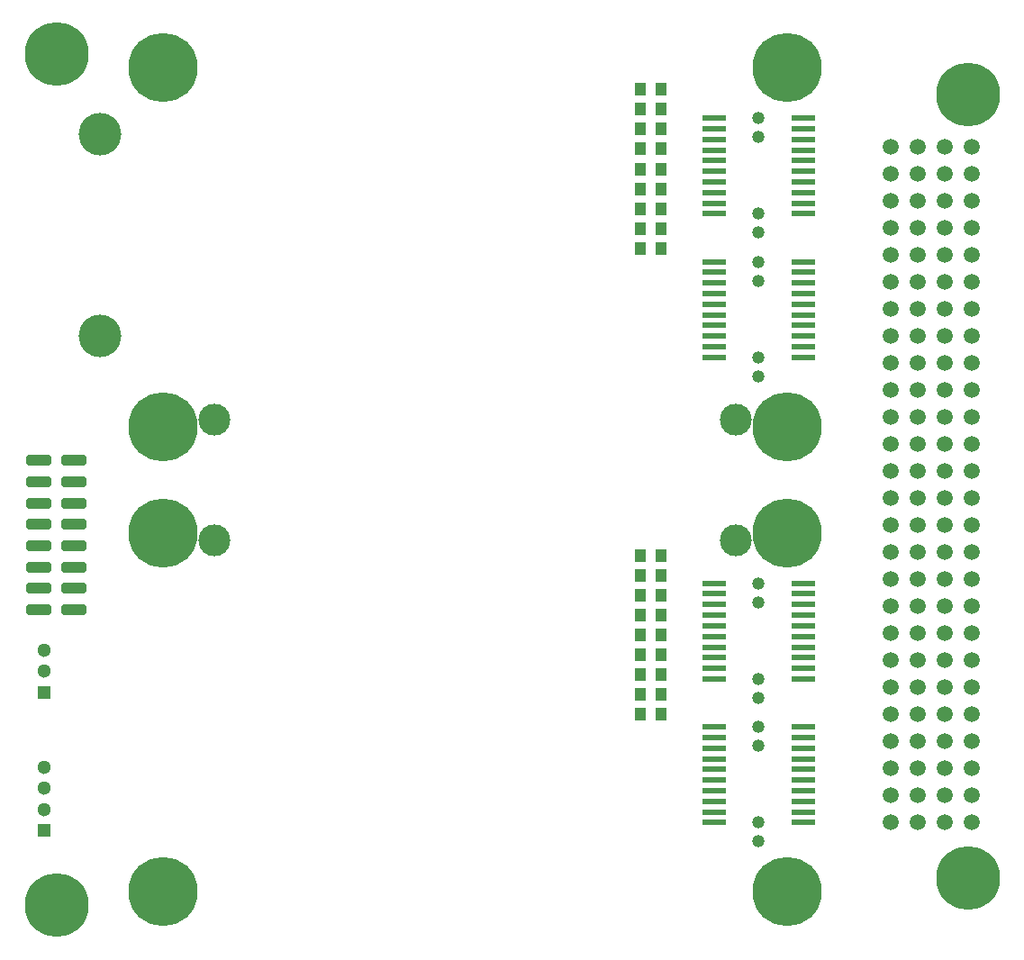
<source format=gbl>
G04 Layer_Physical_Order=10*
G04 Layer_Color=16711680*
%FSLAX44Y44*%
%MOMM*%
G71*
G01*
G75*
%ADD10R,1.0000X1.3000*%
%ADD19R,2.2600X0.6100*%
%ADD27C,1.3000*%
%ADD28R,1.3000X1.3000*%
%ADD29C,6.5000*%
%ADD30C,1.1900*%
%ADD31C,6.0000*%
%ADD32C,1.5000*%
%ADD33C,3.0000*%
%ADD34C,4.0000*%
G04:AMPARAMS|DCode=41|XSize=2.37mm|YSize=1mm|CornerRadius=0.25mm|HoleSize=0mm|Usage=FLASHONLY|Rotation=180.000|XOffset=0mm|YOffset=0mm|HoleType=Round|Shape=RoundedRectangle|*
%AMROUNDEDRECTD41*
21,1,2.3700,0.5000,0,0,180.0*
21,1,1.8700,1.0000,0,0,180.0*
1,1,0.5000,-0.9350,0.2500*
1,1,0.5000,0.9350,0.2500*
1,1,0.5000,0.9350,-0.2500*
1,1,0.5000,-0.9350,-0.2500*
%
%ADD41ROUNDEDRECTD41*%
D10*
X500250Y348312D02*
D03*
X480250D02*
D03*
X500250Y236187D02*
D03*
X480250D02*
D03*
X500250Y310937D02*
D03*
X480250D02*
D03*
X500250Y292250D02*
D03*
X480250D02*
D03*
X500250Y217500D02*
D03*
X480250D02*
D03*
X500250Y367000D02*
D03*
X480250D02*
D03*
X500250Y254875D02*
D03*
X480250D02*
D03*
X500250Y273562D02*
D03*
X480250D02*
D03*
X500250Y329625D02*
D03*
X480250D02*
D03*
X500250Y-164438D02*
D03*
X480250D02*
D03*
X500250Y-201812D02*
D03*
X480250D02*
D03*
X500250Y-127063D02*
D03*
X480250D02*
D03*
X500250Y-89688D02*
D03*
X480250D02*
D03*
X500250Y-183125D02*
D03*
X480250D02*
D03*
X500250Y-220500D02*
D03*
X480250D02*
D03*
X500250Y-145750D02*
D03*
X480250D02*
D03*
X500250Y-71000D02*
D03*
X480250D02*
D03*
X500250Y-108375D02*
D03*
X480250D02*
D03*
D19*
X633550Y-187300D02*
D03*
Y-177300D02*
D03*
Y-167300D02*
D03*
Y-157300D02*
D03*
Y-147300D02*
D03*
Y-137300D02*
D03*
Y-127300D02*
D03*
Y-117300D02*
D03*
Y-107300D02*
D03*
Y-97300D02*
D03*
X549750D02*
D03*
Y-107300D02*
D03*
Y-117300D02*
D03*
Y-127300D02*
D03*
Y-137300D02*
D03*
Y-147300D02*
D03*
Y-157300D02*
D03*
Y-167300D02*
D03*
Y-177300D02*
D03*
Y-187300D02*
D03*
Y250000D02*
D03*
Y260000D02*
D03*
Y270000D02*
D03*
Y280000D02*
D03*
Y290000D02*
D03*
Y300000D02*
D03*
Y310000D02*
D03*
Y320000D02*
D03*
Y330000D02*
D03*
Y340000D02*
D03*
X633550D02*
D03*
Y330000D02*
D03*
Y320000D02*
D03*
Y310000D02*
D03*
Y300000D02*
D03*
Y290000D02*
D03*
Y280000D02*
D03*
Y270000D02*
D03*
Y260000D02*
D03*
Y250000D02*
D03*
X549750Y115000D02*
D03*
Y125000D02*
D03*
Y135000D02*
D03*
Y145000D02*
D03*
Y155000D02*
D03*
Y165000D02*
D03*
Y175000D02*
D03*
Y185000D02*
D03*
Y195000D02*
D03*
Y205000D02*
D03*
X633550D02*
D03*
Y195000D02*
D03*
Y185000D02*
D03*
Y175000D02*
D03*
Y165000D02*
D03*
Y155000D02*
D03*
Y145000D02*
D03*
Y135000D02*
D03*
Y125000D02*
D03*
Y115000D02*
D03*
X549750Y-322300D02*
D03*
Y-312300D02*
D03*
Y-302300D02*
D03*
Y-292300D02*
D03*
Y-282300D02*
D03*
Y-272300D02*
D03*
Y-262300D02*
D03*
Y-252300D02*
D03*
Y-242300D02*
D03*
Y-232300D02*
D03*
X633550D02*
D03*
Y-242300D02*
D03*
Y-252300D02*
D03*
Y-262300D02*
D03*
Y-272300D02*
D03*
Y-282300D02*
D03*
Y-292300D02*
D03*
Y-302300D02*
D03*
Y-312300D02*
D03*
Y-322300D02*
D03*
D27*
X-80000Y-290000D02*
D03*
Y-310000D02*
D03*
Y-270000D02*
D03*
Y-160000D02*
D03*
Y-180000D02*
D03*
D28*
Y-330000D02*
D03*
Y-200000D02*
D03*
D29*
X618650Y-387300D02*
D03*
Y387300D02*
D03*
Y50000D02*
D03*
Y-50000D02*
D03*
X31350Y387300D02*
D03*
Y50000D02*
D03*
Y-50000D02*
D03*
Y-387300D02*
D03*
D30*
X591650Y-97300D02*
D03*
Y-187300D02*
D03*
Y250000D02*
D03*
Y340000D02*
D03*
Y-115000D02*
D03*
Y-205000D02*
D03*
Y322300D02*
D03*
Y232300D02*
D03*
Y187300D02*
D03*
Y97300D02*
D03*
Y-322300D02*
D03*
Y-232300D02*
D03*
Y115000D02*
D03*
Y205000D02*
D03*
Y-250000D02*
D03*
Y-340000D02*
D03*
D31*
X788650Y362000D02*
D03*
Y-374600D02*
D03*
X-68650Y400100D02*
D03*
Y-400000D02*
D03*
D32*
X715910Y313440D02*
D03*
X741310D02*
D03*
X715910Y288040D02*
D03*
X741310D02*
D03*
X715910Y262640D02*
D03*
X741310D02*
D03*
X715910Y237240D02*
D03*
X741310D02*
D03*
X715910Y211840D02*
D03*
X741310D02*
D03*
X715910Y186440D02*
D03*
X741310D02*
D03*
X715910Y161040D02*
D03*
X741310D02*
D03*
X715910Y135640D02*
D03*
X741310D02*
D03*
X715910Y110240D02*
D03*
X741310D02*
D03*
X715910Y84840D02*
D03*
X741310D02*
D03*
X715910Y59440D02*
D03*
X741310D02*
D03*
X715910Y34040D02*
D03*
X741310D02*
D03*
X715910Y8640D02*
D03*
X741310D02*
D03*
X715910Y-16760D02*
D03*
X741310D02*
D03*
X715910Y-42160D02*
D03*
X741310D02*
D03*
X715910Y-67560D02*
D03*
X741310D02*
D03*
X715910Y-92960D02*
D03*
X741310D02*
D03*
X715910Y-118360D02*
D03*
X741310D02*
D03*
X715910Y-143760D02*
D03*
X741310D02*
D03*
X715910Y-169160D02*
D03*
X741310D02*
D03*
X715910Y-194560D02*
D03*
X741310D02*
D03*
X715910Y-219960D02*
D03*
X741310D02*
D03*
X715910Y-245360D02*
D03*
X741310D02*
D03*
X715910Y-270760D02*
D03*
X741310D02*
D03*
X715910Y-296160D02*
D03*
X741310D02*
D03*
X715910Y-321560D02*
D03*
X741310D02*
D03*
X792110D02*
D03*
X766710D02*
D03*
X792110Y-296160D02*
D03*
X766710D02*
D03*
X792110Y-270760D02*
D03*
X766710D02*
D03*
X792110Y-245360D02*
D03*
X766710D02*
D03*
X792110Y-219960D02*
D03*
X766710D02*
D03*
X792110Y-194560D02*
D03*
X766710D02*
D03*
X792110Y-169160D02*
D03*
X766710D02*
D03*
X792110Y-143760D02*
D03*
X766710D02*
D03*
X792110Y-118360D02*
D03*
X766710D02*
D03*
X792110Y-92960D02*
D03*
X766710D02*
D03*
X792110Y-67560D02*
D03*
X766710D02*
D03*
X792110Y-42160D02*
D03*
X766710D02*
D03*
X792110Y-16760D02*
D03*
X766710D02*
D03*
X792110Y8640D02*
D03*
X766710D02*
D03*
X792110Y34040D02*
D03*
X766710D02*
D03*
X792110Y59440D02*
D03*
X766710D02*
D03*
X792110Y84840D02*
D03*
X766710D02*
D03*
X792110Y110240D02*
D03*
X766710D02*
D03*
X792110Y135640D02*
D03*
X766710D02*
D03*
X792110Y161040D02*
D03*
X766710D02*
D03*
X792110Y186440D02*
D03*
X766710D02*
D03*
X792110Y211840D02*
D03*
X766710D02*
D03*
X792110Y237240D02*
D03*
X766710D02*
D03*
X792110Y262640D02*
D03*
X766710D02*
D03*
X792110Y288040D02*
D03*
X766710D02*
D03*
X792110Y313440D02*
D03*
X766710D02*
D03*
D33*
X570000Y56650D02*
D03*
X80000D02*
D03*
X570000Y-56650D02*
D03*
X80000D02*
D03*
D34*
X-27500Y135000D02*
D03*
Y325000D02*
D03*
D41*
X-51800Y-122020D02*
D03*
X-85500D02*
D03*
X-51800Y-102020D02*
D03*
X-85500D02*
D03*
X-51800Y-82020D02*
D03*
X-85500D02*
D03*
X-51800Y-62020D02*
D03*
X-85500D02*
D03*
X-51800Y-42020D02*
D03*
X-85500D02*
D03*
X-51800Y-22020D02*
D03*
X-85500D02*
D03*
X-51800Y-2020D02*
D03*
X-85500D02*
D03*
Y17980D02*
D03*
X-51800D02*
D03*
M02*

</source>
